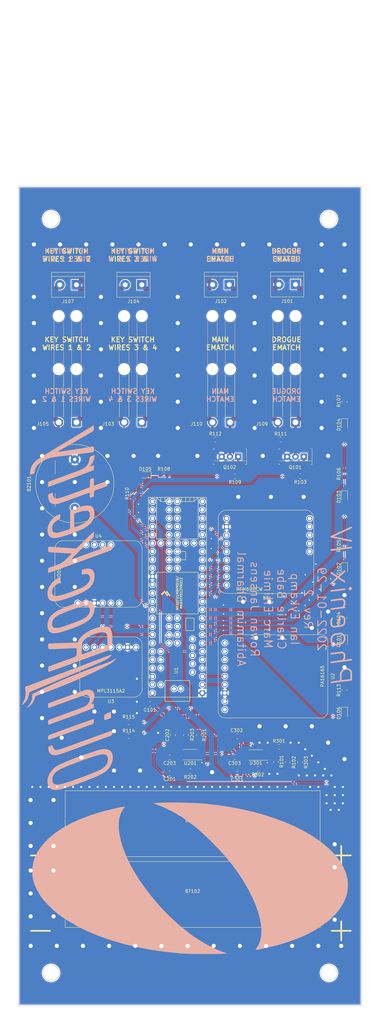
<source format=kicad_pcb>
(kicad_pcb (version 20211014) (generator pcbnew)
  (layers (0 "F.Cu" signal) (31 "B.Cu" signal) (34 "B.Paste" user) (35 "F.Paste" user) (36 "B.SilkS" user "B.Silkscreen") (37 "F.SilkS" user "F.Silkscreen") (38 "B.Mask" user) (39 "F.Mask" user) (44 "Edge.Cuts" user))
  (net 0 "")
  (net 1 "/MISO0")
  (net 2 "/MOSI0")
  (net 3 "/CS0")
  (net 4 "/SCL2")
  (net 5 "/PWM")
  (net 6 "/TX1")
  (net 7 "/RX1")
  (net 8 "/SCK")
  (net 9 "/SDA0")
  (net 10 "/SCL0")
  (net 11 "/3.3V")
  (net 12 "GND")
  (net 13 "/V_EMATCH")
  (net 14 "/V_TEENSY")
  (net 15 "Net-(Q101-Pad1)")
  (net 16 "Net-(R201-Pad2)")
  (net 17 "/TPS_2_STAT")
  (net 18 "Net-(R301-Pad2)")
  (net 19 "/TPS_1_STAT")
  (net 20 "/LED_1")
  (net 21 "Net-(D101-Pad1)")
  (net 22 "Net-(D102-Pad1)")
  (net 23 "/LED_2")
  (net 24 "Net-(D103-Pad1)")
  (net 25 "/LED_3")
  (net 26 "/LED_4")
  (net 27 "Net-(D104-Pad1)")
  (net 28 "Net-(D105-Pad1)")
  (net 29 "Net-(Q102-Pad1)")
  (net 30 "/E-MATCH_TRIGGER_1")
  (net 31 "/E-MATCH_TRIGGER_2")
  (net 32 "Net-(R201-Pad1)")
  (net 33 "Net-(R301-Pad1)")
  (net 34 "/KEY_SWITCH_DIGITAL")
  (net 35 "/TPS2113A for E-match/VSNS")
  (net 36 "/BUZZER")
  (net 37 "Net-(U1-Pad17)")
  (net 38 "Net-(U1-Pad18)")
  (net 39 "Net-(U1-Pad19)")
  (net 40 "Net-(U1-Pad20)")
  (net 41 "Net-(U1-Pad16)")
  (net 42 "Net-(U1-Pad21)")
  (net 43 "Net-(U1-Pad22)")
  (net 44 "Net-(U1-Pad23)")
  (net 45 "Net-(U1-Pad24)")
  (net 46 "Net-(U1-Pad25)")
  (net 47 "Net-(U1-Pad26)")
  (net 48 "Net-(U1-Pad27)")
  (net 49 "Net-(U1-Pad28)")
  (net 50 "Net-(U1-Pad29)")
  (net 51 "Net-(U1-Pad30)")
  (net 52 "Net-(U1-Pad31)")
  (net 53 "Net-(U1-Pad37)")
  (net 54 "Net-(U1-Pad38)")
  (net 55 "Net-(U1-Pad41)")
  (net 56 "Net-(U1-Pad42)")
  (net 57 "Net-(U1-Pad43)")
  (net 58 "Net-(U1-Pad44)")
  (net 59 "Net-(U1-Pad47)")
  (net 60 "Net-(U1-Pad48)")
  (net 61 "Net-(U1-Pad49)")
  (net 62 "Net-(U1-Pad50)")
  (net 63 "Net-(U1-Pad52)")
  (net 64 "Net-(U1-Pad54)")
  (net 65 "Net-(U1-Pad55)")
  (net 66 "Net-(U1-Pad56)")
  (net 67 "Net-(U1-Pad57)")
  (net 68 "Net-(U1-Pad58)")
  (net 69 "Net-(U1-Pad59)")
  (net 70 "Net-(U1-Pad60)")
  (net 71 "Net-(U1-Pad61)")
  (net 72 "Net-(U1-Pad62)")
  (net 73 "Net-(U1-Pad79)")
  (net 74 "Net-(U1-Pad78)")
  (net 75 "Net-(U1-Pad77)")
  (net 76 "Net-(U1-Pad76)")
  (net 77 "Net-(U1-Pad73)")
  (net 78 "Net-(U1-Pad72)")
  (net 79 "Net-(U1-Pad71)")
  (net 80 "Net-(U1-Pad70)")
  (net 81 "Net-(U1-Pad75)")
  (net 82 "Net-(U1-Pad74)")
  (net 83 "Net-(U1-Pad80)")
  (net 84 "Net-(U1-Pad69)")
  (net 85 "Net-(U1-Pad81)")
  (net 86 "Net-(U1-Pad68)")
  (net 87 "Net-(U1-Pad82)")
  (net 88 "Net-(U1-Pad67)")
  (net 89 "Net-(U1-Pad64)")
  (net 90 "Net-(U1-Pad63)")
  (net 91 "Net-(U1-Pad65)")
  (net 92 "Net-(U1-Pad66)")
  (net 93 "Net-(U1-Pad83)")
  (net 94 "Net-(U1-Pad84)")
  (net 95 "Net-(U1-Pad85)")
  (net 96 "Net-(U1-Pad86)")
  (net 97 "Net-(U1-Pad88)")
  (net 98 "Net-(U1-Pad87)")
  (net 99 "Net-(U2-Pad9)")
  (net 100 "Net-(U2-Pad4)")
  (net 101 "Net-(U2-Pad3)")
  (net 102 "Net-(U2-Pad2)")
  (net 103 "Net-(U2-Pad1)")
  (net 104 "Net-(U3-Pad3)")
  (net 105 "Net-(U3-Pad4)")
  (net 106 "Net-(U3-Pad5)")
  (net 107 "Net-(U4-Pad2)")
  (net 108 "Net-(U4-Pad6)")
  (net 109 "Net-(U4-Pad10)")
  (net 110 "Net-(U4-Pad9)")
  (net 111 "Net-(U4-Pad8)")
  (net 112 "Net-(U4-Pad7)")
  (net 113 "Net-(U5-Pad3)")
  (net 114 "Net-(U5-Pad10)")
  (net 115 "Net-(U5-Pad11)")
  (net 116 "Net-(U5-Pad12)")
  (net 117 "Net-(U5-Pad13)")
  (net 118 "Net-(U5-Pad14)")
  (net 119 "Net-(D106-Pad1)")
  (net 120 "/LED_0")
  (net 121 "/BAT1")
  (net 122 "/BAT2")
  (net 123 "/V_EMATCH_TO_KEY_SWITCH")
  (net 124 "/EMATCH_1+")
  (net 125 "/EMATCH_2+")
  (footprint "sensors_2021_2022:PA16165_Breakout" (layer "F.Cu") (at 139 143.75 -90)
    (fp_text reference "U2")
    (fp_text value "PA16165_Breakout")
  )
  (footprint "sensors_2021_2022:MPL3115A2_Breakout" (layer "F.Cu") (at 89.565 141.229 180)
    (fp_text reference "U3")
    (fp_text value "MPL3115A2_Breakout")
  )
  (footprint "sensors_2021_2022:BNO055_Breakout" (layer "F.Cu") (at 85.755 112.527)
    (fp_text reference "U4")
    (fp_text value "BNO055_Breakout")
  )
  (footprint "Olin_Rocketry:MyBatteryHolder_MPD_BH-18650-PC2" (layer "F.Cu") (at 150.555 188.72 180)
    (fp_text reference "BT101")
    (fp_text value "Battery_Cell")
  )
  (footprint "Olin_Rocketry:MyBatteryHolder_MPD_BH-18650-PC2" (layer "F.Cu") (at 150.555 210.31 180)
    (fp_text reference "BT102")
    (fp_text value "Battery_Cell")
  )
  (footprint "Capacitor_SMD:C_0805_2012Metric_Pad1.18x1.45mm_HandSolder" (layer "F.Cu") (at 107.495 173.363 180)
    (fp_text reference "C201")
    (fp_text value "C_0.1u")
  )
  (footprint "Capacitor_SMD:C_0805_2012Metric_Pad1.18x1.45mm_HandSolder" (layer "F.Cu") (at 108.511 161.679 90)
    (fp_text reference "C202")
    (fp_text value "C_0.1u")
  )
  (footprint "Capacitor_SMD:C_0805_2012Metric_Pad1.18x1.45mm_HandSolder" (layer "F.Cu") (at 128.1875 162.0365 180)
    (fp_text reference "C302")
    (fp_text value "C_0.1u")
  )
  (footprint "Capacitor_SMD:C_0805_2012Metric_Pad1.18x1.45mm_HandSolder" (layer "F.Cu") (at 127.362 168.45 180)
    (fp_text reference "C303")
    (fp_text value "C_0.1u")
  )
  (footprint "Resistor_SMD:R_0805_2012Metric_Pad1.20x1.40mm_HandSolder" (layer "F.Cu") (at 140.062 169.847 90)
    (fp_text reference "R101")
    (fp_text value "R_15k")
  )
  (footprint "Resistor_SMD:R_0805_2012Metric_Pad1.20x1.40mm_HandSolder" (layer "F.Cu") (at 143.618 169.974 -90)
    (fp_text reference "R102")
    (fp_text value "R_4.7k")
  )
  (footprint "Resistor_SMD:R_0805_2012Metric_Pad1.20x1.40mm_HandSolder" (layer "F.Cu") (at 116.5 161.679 -90)
    (fp_text reference "R201")
    (fp_text value "R_200")
  )
  (footprint "Resistor_SMD:R_0805_2012Metric_Pad1.20x1.40mm_HandSolder" (layer "F.Cu") (at 113.845 172.728)
    (fp_text reference "R202")
    (fp_text value "R_10k")
  )
  (footprint "Resistor_SMD:R_0805_2012Metric_Pad1.20x1.40mm_HandSolder" (layer "F.Cu") (at 140.951 165.275 180)
    (fp_text reference "R301")
    (fp_text value "R_200")
  )
  (footprint "Resistor_SMD:R_0805_2012Metric_Pad1.20x1.40mm_HandSolder" (layer "F.Cu") (at 134.5 172)
    (fp_text reference "R302")
    (fp_text value "R_10k")
  )
  (footprint "LED_SMD:LED_0805_2012Metric_Pad1.15x1.40mm_HandSolder" (layer "F.Cu") (at 161 110.975 -90)
    (fp_text reference "D102")
    (fp_text value "LED")
  )
  (footprint "LED_SMD:LED_0805_2012Metric_Pad1.15x1.40mm_HandSolder" (layer "F.Cu") (at 161 89.025 -90)
    (fp_text reference "D103")
    (fp_text value "LED")
  )
  (footprint "LED_SMD:LED_0805_2012Metric_Pad1.15x1.40mm_HandSolder" (layer "F.Cu") (at 161 67 -90)
    (fp_text reference "D104")
    (fp_text value "LED")
  )
  (footprint "Resistor_SMD:R_0805_2012Metric_Pad1.20x1.40mm_HandSolder" (layer "F.Cu") (at 161 126 90)
    (fp_text reference "R104")
    (fp_text value "R_750")
  )
  (footprint "Resistor_SMD:R_0805_2012Metric_Pad1.20x1.40mm_HandSolder" (layer "F.Cu") (at 161 104 90)
    (fp_text reference "R105")
    (fp_text value "R_750")
  )
  (footprint "Resistor_SMD:R_0805_2012Metric_Pad1.20x1.40mm_HandSolder" (layer "F.Cu") (at 161 82 90)
    (fp_text reference "R106")
    (fp_text value "R_750")
  )
  (footprint "Resistor_SMD:R_0805_2012Metric_Pad1.20x1.40mm_HandSolder" (layer "F.Cu") (at 161 60 90)
    (fp_text reference "R107")
    (fp_text value "R_750")
  )
  (footprint "Capacitor_SMD:C_0805_2012Metric_Pad1.18x1.45mm_HandSolder" (layer "F.Cu") (at 101.4625 152.151 180)
    (fp_text reference "C101")
    (fp_text value "C_0.1u")
  )
  (footprint "Resistor_SMD:R_0805_2012Metric_Pad1.20x1.40mm_HandSolder" (layer "F.Cu") (at 112.5 161.679 90)
    (fp_text reference "R203")
    (fp_text value "R_200")
  )
  (footprint "Resistor_SMD:R_0805_2012Metric_Pad1.20x1.40mm_HandSolder" (layer "F.Cu") (at 147.428 169.974 90)
    (fp_text reference "R303")
    (fp_text value "R_200")
  )
  (footprint "Package_SO:TSSOP-8_4.4x3mm_P0.65mm" (layer "F.Cu") (at 113.845 167.648 180)
    (fp_text reference "U201")
    (fp_text value "TPS2113ADRBR")
  )
  (footprint "Package_SO:TSSOP-8_4.4x3mm_P0.65mm" (layer "F.Cu") (at 133.9025 167.7515 180)
    (fp_text reference "U301")
    (fp_text value "TPS2113ADRBR")
  )
  (footprint "Connector_Wire:SolderWire-1sqmm_1x02_P5.4mm_D1.4mm_OD2.7mm_Relief2x" (layer "F.Cu") (at 99 66.25 180)
    (fp_text reference "J103")
    (fp_text value "Conn_01x02_Female")
  )
  (footprint "Resistor_SMD:R_0805_2012Metric_Pad1.20x1.40mm_HandSolder" (layer "F.Cu") (at 96.25 88 90)
    (fp_text reference "R110")
    (fp_text value "R_10k")
  )
  (footprint "teensy:Teensy35_36_All_Pins" (layer "F.Cu") (at 109.885 119.639 90)
    (fp_text reference "U1")
    (fp_text value "Teensy3.6_All_Pins")
  )
  (footprint "Resistor_SMD:R_0805_2012Metric_Pad1.20x1.40mm_HandSolder" (layer "F.Cu") (at 161 148 90)
    (fp_text reference "R113")
    (fp_text value "R_750")
  )
  (footprint "LED_SMD:LED_0805_2012Metric_Pad1.15x1.40mm_HandSolder" (layer "F.Cu") (at 161 155.025 -90)
    (fp_text reference "D106")
    (fp_text value "LED")
  )
  (footprint "footprints:TO-220-3" (layer "F.Cu") (at 128.5 76.75 180)
    (fp_text reference "Q102")
    (fp_text value "Q_NMOS_GDS")
  )
  (footprint "Connector_Wire:SolderWire-1sqmm_1x02_P5.4mm_D1.4mm_OD2.7mm_Relief2x" (layer "F.Cu") (at 126 66.25 180)
    (fp_text reference "J110")
    (fp_text value "Conn_01x02_Female")
  )
  (footprint "Connector_Wire:SolderWire-1sqmm_1x02_P5.4mm_D1.4mm_OD2.7mm_Relief2x" (layer "F.Cu") (at 79 66.25 180)
    (fp_text reference "J105")
    (fp_text value "Conn_01x02_Female")
  )
  (footprint "Connector_Wire:SolderWire-1sqmm_1x02_P5.4mm_D1.4mm_OD2.7mm_Relief2x" (layer "F.Cu") (at 146 66.25 180)
    (fp_text reference "J109")
    (fp_text value "Conn_01x02_Female")
  )
  (footprint "Resistor_SMD:R_0805_2012Metric_Pad1.20x1.40mm_HandSolder" (layer "F.Cu") (at 141.5 71.5)
    (fp_text reference "R111")
    (fp_text value "R_10k")
  )
  (footprint "Capacitor_SMD:C_0805_2012Metric_Pad1.18x1.45mm_HandSolder" (layer "F.Cu") (at 107.5 168.5 180)
    (fp_text reference "C203")
    (fp_text value "C_0.1u")
  )
  (footprint "sensors_2021_2022:RFM69HCW_Breakout" (layer "F.Cu") (at 137 105.75 180)
    (fp_text reference "U5")
    (fp_text value "RFM69HCW_Breakout")
  )
  (footprint "Resistor_SMD:R_0805_2012Metric_Pad1.20x1.40mm_HandSolder" (layer "F.Cu") (at 105.75 82.25)
    (fp_text reference "R108")
    (fp_text value "R_750")
  )
  (footprint "LED_SMD:LED_0805_2012Metric_Pad1.15x1.40mm_HandSolder" (layer "F.Cu") (at 100.062 82.27 180)
    (fp_text reference "D105")
    (fp_text value "LED")
  )
  (footprint "TerminalBlock:TerminalBlock_bornier-2_P5.08mm" (layer "F.Cu") (at 125.75 24.25 180)
    (fp_text reference "J102")
    (fp_text value "Screw_Terminal_01x02")
  )
  (footprint "TerminalBlock:TerminalBlock_bornier-2_P5.08mm" (layer "F.Cu") (at 146 24.2 180)
    (fp_text reference "J101")
    (fp_text value "Screw_Terminal_01x02")
  )
  (footprint "TerminalBlock:TerminalBlock_bornier-2_P5.08mm" (layer "F.Cu") (at 99 24.3 180)
    (fp_text reference "J104")
    (fp_text value "Screw_Terminal_01x02")
  )
  (footprint "TerminalBlock:TerminalBlock_bornier-2_P5.08mm" (layer "F.Cu") (at 79 24.3 180)
    (fp_text reference "J107")
    (fp_text value "Screw_Terminal_01x02")
  )
  (footprint "Resistor_SMD:R_0805_2012Metric_Pad1.20x1.40mm_HandSolder" (layer "F.Cu") (at 121.5 71.5)
    (fp_text reference "R112")
    (fp_text value "R_10k")
  )
  (footprint "footprints:TO-220-3" (layer "F.Cu") (at 148.54 76.75 180)
    (fp_text reference "Q101")
    (fp_text value "Q_NMOS_GDS")
  )
  (footprint "Resistor_SMD:R_0805_2012Metric_Pad1.20x1.40mm_HandSolder" (layer "F.Cu") (at 127.5 82.75 180)
    (fp_text reference "R109")
    (fp_text value "R_10k")
  )
  (footprint "Resistor_SMD:R_0805_2012Metric_Pad1.20x1.40mm_HandSolder" (layer "F.Cu") (at 147.5 82.75 180)
    (fp_text reference "R103")
    (fp_text value "R_10k")
  )
  (footprint "LED_SMD:LED_0805_2012Metric_Pad1.15x1.40mm_HandSolder" (layer "F.Cu") (at 161 133 -90)
    (fp_text reference "D101")
    (fp_text value "LED")
  )
  (footprint "Capacitor_SMD:C_0805_2012Metric_Pad1.18x1.45mm_HandSolder" (layer "F.Cu") (at 128.1875 173.4665 180)
    (fp_text reference "C301")
    (fp_text value "C_0.1u")
  )
  (footprint "Olin_Rocketry:Large_Buzzer_24mmOD_14.8mmPinDistance_1.0mmPinDiameter" (layer "F.Cu") (at 78.5 85 90)
    (fp_text reference "BZ101")
    (fp_text value "Buzzer")
  )
  (footprint "Resistor_SMD:R_0805_2012Metric_Pad1.20x1.40mm_HandSolder" (layer "F.Cu") (at 95 162)
    (fp_text reference "R114")
    (fp_text value "R_10k")
  )
  (footprint "Resistor_SMD:R_0805_2012Metric_Pad1.20x1.40mm_HandSolder" (layer "F.Cu") (at 95 157.75)
    (fp_text reference "R115")
    (fp_text value "R_10k")
  )
  (footprint "Olin_Rocketry:Olin_O" (layer "B.Cu") (at 114.75 205)
    (fp_text reference "G***" hide)
    (fp_text value "LOGO" hide)
  )
  (footprint "Olin_Rocketry:Olin_Rocketry_Logo1" (layer "B.Cu") (at 78 123.5 90)
    (fp_text reference "G***" hide)
    (fp_text value "LOGO" hide)
  )
  (gr_line (start 137.268 169.974) (end 137.522 169.974) (layer "F.SilkS") (width 0.12))
  (gr_line (start 117.528 169.934) (end 117.528 170.188) (layer "F.SilkS") (width 0.12))
  (gr_line (start 137.522 169.974) (end 137.522 170.228) (layer "F.SilkS") (width 0.12))
  (gr_line (start 137.268 170.228) (end 137.268 169.974) (layer "F.SilkS") (width 0.12))
  (gr_line (start 117.528 170.188) (end 117.274 170.188) (layer "F.SilkS") (width 0.12))
  (gr_line (start 137.522 170.228) (end 137.268 170.228) (layer "F.SilkS") (width 0.12))
  (gr_line (start 117.274 169.934) (end 117.528 169.934) (layer "F.SilkS") (width 0.12))
  (gr_line (start 117.274 170.188) (end 117.274 169.934) (layer "F.SilkS") (width 0.12))
  (gr_circle (center 71.25 234.25) (end 73.75 234.25) (layer "Edge.Cuts") (width 0.2) (fill none))
  (gr_circle (center 156.25 234.25) (end 158.75 234.25) (layer "Edge.Cuts") (width 0.2) (fill none))
  (gr_circle (center 71.25 4.25) (end 73.75 4.25) (layer "Edge.Cuts") (width 0.2) (fill none))
  (gr_line (start 166.249999 -5.75) (end 166.25 244.25) (layer "Edge.Cuts") (width 0.2))
  (gr_line (start 61.25 -5.75) (end 61.250001 244.25) (layer "Edge.Cuts") (width 0.2))
  (gr_line (start 61.250001 244.25) (end 166.25 244.25) (layer "Edge.Cuts") (width 0.2))
  (gr_circle (center 156.249999 4.25) (end 158.749999 4.25) (layer "Edge.Cuts") (width 0.2) (fill none))
  (gr_line (start 61.25 -5.75) (end 166.249999 -5.75) (layer "Edge.Cuts") (width 0.2))
  (gr_text "KEY SWITCH\nWIRES 1 & 2" (at 76 15.25) (layer "B.SilkS") (effects (font (size 1.5 1.5) (thickness 0.3)) (justify mirror)))
  (gr_text "KEY SWITCH\nWIRES 3 & 4" (at 96.25 15.25) (layer "B.SilkS") (effects (font (size 1.5 1.5) (thickness 0.3)) (justify mirror)))
  (gr_text "MAIN\nEMATCH" (at 123 15.25) (layer "B.SilkS") (effects (font (size 1.5 1.5) (thickness 0.3)) (justify mirror)))
  (gr_text "DROGUE\nEMATCH" (at 143.25 15.25) (layer "B.SilkS") (effects (font (size 1.5 1.5) (thickness 0.3)) (justify mirror)))
  (gr_text "Phoenix IV" (at 159.75 122.75 270) (layer "B.SilkS") (effects (font (size 6.096 6.096) (thickness 0.508) italic) (justify mirror)))
  (gr_text "2022-01-29\nRev. 2\nIan Eykamp\nCharlie Babe\nMarc Eftimie\nRowan Jansens\nAbitamim Bharmal" (at 141.75 123.25 270) (layer "B.SilkS") (effects (font (size 2.54 2.54) (thickness 0.3048)) (justify mirror)))
  (gr_text "KEY SWITCH\nWIRES 1 & 2" (at 76 58) (layer "B.SilkS") (effects (font (size 1.5 1.5) (thickness 0.3)) (justify mirror)))
  (gr_text "KEY SWITCH\nWIRES 3 & 4" (at 96.25 58) (layer "B.SilkS") (effects (font (size 1.5 1.5) (thickness 0.3)) (justify mirror)))
  (gr_text "DROGUE\nEMATCH" (at 143.25 58) (layer "B.SilkS") (effects (font (size 1.5 1.5) (thickness 0.3)) (justify mirror)))
  (gr_text "MAIN\nEMATCH" (at 123 58) (layer "B.SilkS") (effects (font (size 1.5 1.5) (thickness 0.3)) (justify mirror)))
  (gr_text "-" (at 68 222 180) (layer "F.SilkS") (effects (font (size 7.62 7.62) (thickness 0.508))))
  (gr_text "DROGUE\nEMATCH" (at 143.25 15.25) (layer "F.SilkS") (effects (font (size 1.5 1.5) (thickness 0.3))))
  (gr_text "+" (at 160 199 180) (layer "F.SilkS") (effects (font (size 7.62 7.62) (thickness 0.508))))
  (gr_text "-" (at 68 199 180) (layer "F.SilkS") (effects (font (size 7.62 7.62) (thickness 0.508))))
  (gr_text "MAIN\nEMATCH" (at 123 15.25) (layer "F.SilkS") (effects (font (size 1.5 1.5) (thickness 0.3))))
  (gr_text "KEY SWITCH\nWIRES 1 & 2" (at 76 15.25) (layer "F.SilkS") (effects (font (size 1.5 1.5) (thickness 0.3))))
  (gr_text "KEY SWITCH\nWIRES 3 & 4" (at 96.25 15.25) (layer "F.SilkS") (effects (font (size 1.5 1.5) (thickness 0.3))))
  (gr_text "MAIN\nEMATCH" (at 123 42.25) (layer "F.SilkS") (effects (font (size 1.5 1.5) (thickness 0.3))))
  (gr_text "KEY SWITCH\nWIRES 1 & 2" (at 76 42.25) (layer "F.SilkS") (effects (font (size 1.5 1.5) (thickness 0.3))))
  (gr_text "KEY SWITCH\nWIRES 3 & 4" (at 96.25 42.25) (layer "F.SilkS") (effects (font (size 1.5 1.5) (thickness 0.3))))
  (gr_text "DROGUE\nEMATCH" (at 143.25 42.25) (layer "F.SilkS") (effects (font (size 1.5 1.5) (thickness 0.3))))
  (gr_text "+" (at 160 222 180) (layer "F.SilkS") (effects (font (size 7.62 7.62) (thickness 0.508))))
  (segment (start 124.935 108.399) (end 124.935 108.29) (width 0.25) (layer "B.Cu") (net 1))
  (segment (start 117.505 115.829) (end 124.935 108.399) (width 0.25) (layer "B.Cu") (net 1))
  (segment (start 124.935 110.939) (end 124.935 110.83) (width 0.25) (layer "B.Cu") (net 2))
  (segment (start 117.505 118.369) (end 124.935 110.939) (width 0.25) (layer "B.Cu") (net 2))
  (segment (start 124.935 113.479) (end 124.935 113.37) (width 0.25) (layer "B.Cu") (net 3))
  (segment (start 117.505 120.909) (end 124.935 113.479) (width 0.25) (layer "B.Cu") (net 3))
  (segment (start 117.505 138.689) (end 120 136.194) (width 0.25) (layer "F.Cu") (net 4))
  (segment (start 120 136.194) (end 120 108.25) (width 0.25) (layer "F.Cu") (net 4))
  (via (at 120 108.25) (size 0.8) (drill 0.4) (layers "F.Cu" "B.Cu") (net 4))
  (segment (start 124.935 103.21) (end 120 108.145) (width 0.25) (layer "B.Cu") (net 4))
  (segment (start 120 108.145) (end 120 108.25) (width 0.25) (layer "B.Cu") (net 4))
  (segment (start 117.505 141.229) (end 121.5 137.234) (width 0.25) (layer "F.Cu") (net 5))
  (segment (start 121.5 137.234) (end 121.5 119.5) (width 0.25) (layer "F.Cu") (net 5))
  (via (at 121.5 119.5) (size 0.8) (drill 0.4) (layers "F.Cu" "B.Cu") (net 5))
  (segment (start 121.5 119.345) (end 121.5 119.5) (width 0.25) (layer "B.Cu") (net 5))
  (segment (start 124.935 115.91) (end 121.5 119.345) (width 0.25) (layer "B.Cu") (net 5))
  (segment (start 118.14 143.769) (end 117.505 143.769) (width 0.25) (layer "F.Cu") (net 6))
  (segment (start 124.376 143.769) (end 124.395 143.75) (width 0.25) (layer "B.Cu") (net 6))
  (segment (start 117.505 143.769) (end 124.376 143.769) (width 0.25) (layer "B.Cu") (net 6))
  (segment (start 118.14 146.309) (end 117.505 146.309) (width 0.25) (layer "F.Cu") (net 7))
  (segment (start 124.376 146.309) (end 124.395 146.29) (width 0.25) (layer "B.Cu") (net 7))
  (segment (start 117.505 146.309) (end 124.376 146.309) (width 0.25) (layer "B.Cu") (net 7))
  (segment (start 100.3 113.864) (end 100.3 89.7) (width 0.25) (layer "F.Cu") (net 8))
  (segment (start 120.299 98.799) (end 120.299 89.676306) (width 0.25) (layer "F.Cu") (net 8))
  (segment (start 124.935 105.75) (end 123.25 104.065) (width 0.25) (layer "F.Cu") (net 8))
  (segment (start 118.622694 88) (end 120.299 89.676306) (width 0.25) (layer "F.Cu") (net 8))
  (segment (start 102.265 115.829) (end 100.3 113.864) (width 0.25) (layer "F.Cu") (net 8))
  (segment (start 120.299 89.676306) (end 120.294347 89.671653) (width 0.25) (layer "F.Cu") (net 8))
  (segment (start 123.25 104.065) (end 123.25 101.75) (width 0.25) (layer "F.Cu") (net 8))
  (segment (start 102 88) (end 118.622694 88) (width 0.25) (layer "F.Cu") (net 8))
  (segment (start 100.3 89.7) (end 102 88) (width 0.25) (layer "F.Cu") (net 8))
  (via (at 123.25 101.75) (size 0.8) (drill 0.4) (layers "F.Cu" "B.Cu") (net 8))
  (via (at 120.299 98.799) (size 0.8) (drill 0.4) (layers "F.Cu" "B.Cu") (net 8))
  (segment (start 123.25 101.75) (end 120.299 98.799) (width 0.25) (layer "B.Cu") (net 8))
  (segment (start 94.5 128.5) (end 87.05 128.5) (width 0.25) (layer "F.Cu") (net 9))
  (segment (start 87.05 128.5) (end 87.025 128.525) (width 0.25) (layer "F.Cu") (net 9))
  (via (at 87.025 128.525) (size 1.016) (drill 0.635) (layers "F.Cu" "B.Cu") (net 9))
  (via (at 94.5 128.5) (size 1.016) (drill 0.635) (layers "F.Cu" "B.Cu") (net 9))
  (segment (start 87.025 128.525) (end 87.025 129.799) (width 0.25) (layer "B.Cu") (net 9))
  (segment (start 87.025 129.799) (end 81.945 134.879) (width 0.25) (layer "B.Cu") (net 9))
  (segment (start 87.025 121.417) (end 87.025 127.275) (width 0.25) (layer "B.Cu") (net 9))
  (segment (start 94.529 128.529) (end 94.5 128.5) (width 0.25) (layer "B.Cu") (net 9))
  (segment (start 102.265 128.529) (end 94.529 128.529) (width 0.25) (layer "B.Cu") (net 9))
  (segment (start 87.025 127.275) (end 87.025 128.525) (width 0.25) (layer "B.Cu") (net 9))
  (segment (start 89.565 129.799) (end 84.485 134.879) (width 0.25) (layer "B.Cu") (net 10))
  (segment (start 102.265 131.069) (end 90.835 131.069) (width 0.25) (layer "B.Cu") (net 10))
  (segment (start 89.565 121.417) (end 89.565 129.799) (width 0.25) (layer "B.Cu") (net 10))
  (segment (start 90.835 131.069) (end 89.565 129.799) (width 0.25) (layer "B.Cu") (net 10))
  (segment (start 99.037 140.541) (end 99.037 136.713) (width 0.25) (layer "F.Cu") (net 11))
  (segment (start 122.331 117.581) (end 126.23749 121.48749) (width 0.25) (layer "F.Cu") (net 11))
  (segment (start 121.75 92.25) (end 121.75 105.5) (width 0.25) (layer "F.Cu") (net 11))
  (segment (start 102 63.25) (end 102 27.3) (width 1.524) (layer "F.Cu") (net 11))
  (segment (start 119.418 86.75) (end 101.000018 86.75) (width 0.25) (layer "F.Cu") (net 11))
  (segment (start 122.331 106.081) (end 122.331 108.419) (width 0.25) (layer "F.Cu") (net 11))
  (segment (start 99.037 125.787) (end 99.037 121.030156) (width 0.25) (layer "F.Cu") (net 11))
  (segment (start 99 66.25) (end 102 63.25) (width 1.524) (layer "F.Cu") (net 11))
  (segment (start 99.037 136.713) (end 99.037 128.787) (width 0.25) (layer "F.Cu") (net 11))
  (segment (start 121.75 105.5) (end 122.331 106.081) (width 0.25) (layer "F.Cu") (net 11))
  (segment (start 122.331 108.419) (end 122.331 117.581) (width 0.25) (layer "F.Cu") (net 11))
  (segment (start 102.265 143.769) (end 99.037 140.541) (width 0.25) (layer "F.Cu") (net 11))
  (segment (start 121.75 92.25) (end 121.75 89.082) (width 0.25) (layer "F.Cu") (net 11))
  (segment (start 95.75 125.5) (end 83.488 125.5) (width 0.25) (layer "F.Cu") (net 11))
  (segment (start 94 162) (end 94 157.75) (width 0.25) (layer "F.Cu") (net 11))
  (segment (start 94 157.75) (end 94 152.034) (width 0.25) (layer "F.Cu") (net 11))
  (segment (start 99 82.233) (end 99.037 82.27) (width 0.25) (layer "F.Cu") (net 11))
  (segment (start 99.019 136.713) (end 99.037 136.713) (width 0.25) (layer "F.Cu") (net 11))
  (segment (start 101.000018 86.75) (end 99.037 88.713018) (width 0.25) (layer "F.Cu") (net 11))
  (segment (start 121.75 92.405) (end 121.75 92.25) (width 0.25) (layer "F.Cu") (net 11))
  (segment (start 126.23749 149.52751) (end 124.395 151.37) (width 0.25) (layer "F.Cu") (net 11))
  (segment (start 97.185 134.879) (end 99.019 136.713) (width 0.25) (layer "F.Cu") (net 11))
  (segment (start 99.037 121.030156) (end 99.037 88.713018) (width 0.25) (layer "F.Cu") (net 11))
  (segment (start 99 66.25) (end 99 82.233) (width 0.25) (layer "F.Cu") (net 11))
  (segment (start 121.75 89.082) (end 119.418 86.75) (width 0.25) (layer "F.Cu") (net 11))
  (segment (start 124.935 95.59) (end 121.75 92.405) (width 0.25) (layer "F.Cu") (net 11))
  (segment (start 99.037 88.713018) (end 99.037 82.27) (width 0.25) (layer "F.Cu") (net 11))
  (segment (start 83.488 125.5) (end 79.405 121.417) (width 0.25) (layer "F.Cu") (net 11))
  (segment (start 126.23749 121.48749) (end 126.23749 149.52751) (width 0.25) (layer "F.Cu") (net 11))
  (segment (start 94 152.034) (end 102.265 143.769) (width 0.25) (layer "F.Cu") (net 11))
  (segment (start 99.037 128.787) (end 99.037 125.787) (width 0.25) (layer "F.Cu") (net 11))
  (segment (start 95.75 125.5) (end 99.037 128.787) (width 0.25) (layer "F.Cu") (net 11))
  (segment (start 102 27.3) (end 99 24.3) (width 1.524) (layer "F.Cu") (net 11))
  (via (at 122.331 108.419) (size 0.8) (drill 0.4) (layers "F.Cu" "B.Cu") (net 11))
  (segment (start 117.505 113.289) (end 122.331 108.463) (width 0.25) (layer "B.Cu") (net 11))
  (segment (start 122.331 108.463) (end 122.331 108.419) (width 0.25) (layer "B.Cu") (net 11))
  (segment (start 68.5 191) (end 78.5 191) (width 1.524) (layer "F.Cu") (net 12))
  (segment (start 106.73 82.27) (end 106.75 82.25) (width 0.25) (layer "F.Cu") (net 12))
  (segment (start 78.5 207.5) (end 73.5 207.5) (width 1.524) (layer "F.Cu") (net 12))
  (segment (start 73.555 207.555) (end 73.5 207.5) (width 1.524) (layer "F.Cu") (net 12))
  (segment (start 68.5 186) (end 68.5 191) (width 1.524) (layer "F.Cu") (net 12))
  (segment (start 73.555 210.31) (end 73.555 207.555) (width 1.524) (layer "F.Cu") (net 12))
  (segment (start 73.5 207.5) (end 68.5 207.5) (width 1.524) (layer "F.Cu") (net 12))
  (segment (start 78.5 186) (end 78.5 191) (width 1.524) (layer "F.Cu") (net 12))
  (segment (start 73.5 186) (end 68.5 186) (width 1.524) (layer "F.Cu") (net 12))
  (segment (start 68.5 213) (end 68.5 207.5) (width 1.524) (layer "F.Cu") (net 12))
  (segment (start 78.5 207.5) (end 78.5 213) (width 1.524) (layer "F.Cu") (net 12))
  (segment (start 73.555 186.055) (end 73.5 186) (width 1.524) (layer "F.Cu") (net 12))
  (segment (start 73.555 188.72) (end 73.555 186.055) (width 1.524) (layer "F.Cu") (net 12))
  (segment (start 73.5 186) (end 78.5 186) (width 1.524) (layer "F.Cu") (net 12))
  (segment (start 78.5 213) (end 68.5 213) (width 1.524) (layer "F.Cu") (net 12))
  (via (at 110 28) (size 2.54) (drill 1.27) (layers "F.Cu" "B.Cu") (net 12))
  (via (at 110 52) (size 2.54) (drill 1.27) (layers "F.Cu" "B.Cu") (net 12))
  (via (at 110 44) (size 2.54) (drill 1.27) (layers "F.Cu" "B.Cu") (net 12))
  (via (at 110 60) (size 2.54) (drill 1.27) (layers "F.Cu" "B.Cu") (net 12))
  (via (at 110 36) (size 2.54) (drill 1.27) (layers "F.Cu" "B.Cu") (net 12))
  (via (at 98.5 172.5) (size 2.54) (drill 1.27) (layers "F.Cu" "B.Cu") (net 12))
  (via (at 78.5 100.5) (size 2.54) (drill 1.27) (layers "F.Cu" "B.Cu") (net 12))
  (via (at 78.5 140.5) (size 2.54) (drill 1.27) (layers "F.Cu" "B.Cu") (net 12))
  (via (at 84.5 154.5) (size 2.54) (drill 1.27) (layers "F.Cu" "B.Cu") (net 12))
  (via (at 78.5 148.5) (size 2.54) (drill 1.27) (layers "F.Cu" "B.Cu") (net 12))
  (via (at 78.5 84.5) (size 2.54) (drill 1.27) (layers "F.Cu" "B.Cu") (net 12))
  (via (at 78.5 132.5) (size 2.54) (drill 1.27) (layers "F.Cu" "B.Cu") (net 12))
  (via (at 78.5 116.5) (size 2.54) (drill 1.27) (layers "F.Cu" "B.Cu") (net 12))
  (via (at 90.5 172.5) (size 2.54) (drill 1.27) (layers "F.Cu" "B.Cu") (net 12))
  (via (at 65 217) (size 2.54) (drill 1.27) (layers "F.Cu" "B.Cu") (net 12))
  (via (at 72 203) (size 2.54) (drill 1.27) (layers "F.Cu" "B.Cu") (net 12))
  (via (at 65 203) (size 2.54) (drill 1.27) (layers "F.Cu" "B.Cu") (net 12))
  (via (at 65 210) (size 2.54) (drill 1.27) (layers "F.Cu" "B.Cu") (net 12))
  (via (at 72 217) (size 2.54) (drill 1.27) (layers "F.Cu" "B.Cu") (net 12))
  (via (at 138 12) (size 2.54) (drill 1.27) (layers "F.Cu" "B.Cu") (net 12))
  (via (at 106 12) (size 2.54) (drill 1.27) (layers "F.Cu" "B.Cu") (net 12))
  (via (at 114 12) (size 2.54) (drill 1.27) (layers "F.Cu" "B.Cu") (net 12))
  (via (at 122 12) (size 2.54) (drill 1.27) (layers "F.Cu" "B.Cu") (net 12))
  (via (at 130 12) (size 2.54) (drill 1.27) (layers "F.Cu" "B.Cu") (net 12))
  (via (at 154 20) (size 2.54) (drill 1.27) (layers "F.Cu" "B.Cu") (net 12))
  (via (at 154 68) (size 2.54) (drill 1.27) (layers "F.Cu" "B.Cu") (net 12))
  (via (at 154 44) (size 2.54) (drill 1.27) (layers "F.Cu" "B.Cu") (net 12))
  (via (at 154 60) (size 2.54) (drill 1.27) (layers "F.Cu" "B.Cu") (net 12))
  (via (at 154 52) (size 2.54) (drill 1.27) (layers "F.Cu" "B.Cu") (net 12))
  (via (at 154 36) (size 2.54) (drill 1.27) (layers "F.Cu" "B.Cu") (net 12))
  (via (at 154 28) (size 2.54) (drill 1.27) (layers "F.Cu" "B.Cu") (net 12))
  (via (at 161 20) (size 2.54) (drill 1.27) (layers "F.Cu" "B.Cu") (net 12))
  (via (at 161 12) (size 2.54) (drill 1.27) (layers "F.Cu" "B.Cu") (net 12))
  (via (at 152.25 109.5) (size 0.8) (drill 0.4) (layers "F.Cu" "B.Cu") (net 12))
  (via (at 149 112.75) (size 0.8) (drill 0.4) (layers "F.Cu" "B.Cu") (net 12))
  (via (at 137 226) (size 2.54) (drill 1.27) (layers "F.Cu" "B.Cu") (net 12))
  (via (at 105 226) (size 2.54) (drill 1.27) (layers "F.Cu" "B.Cu") (net 12))
  (via (at 97 226) (size 2.54) (drill 1.27) (layers "F.Cu" "B.Cu") (net 12))
  (via (at 65 226) (size 2.54) (drill 1.27) (layers "F.Cu" "B.Cu") (net 12))
  (via (at 145 226) (size 2.54) (drill 1.27) (layers "F.Cu" "B.Cu") (net 12))
  (via (at 129 226) (size 2.54) (drill 1.27) (layers "F.Cu" "B.Cu") (net 12))
  (via (at 160 226) (size 2.54) (drill 1.27) (layers "F.Cu" "B.Cu") (net 12))
  (via (at 121 226) (size 2.54) (drill 1.27) (layers "F.Cu" "B.Cu") (net 12))
  (via (at 73 226) (size 2.54) (drill 1.27) (layers "F.Cu" "B.Cu") (net 12))
  (via (at 81 226) (size 2.54) (drill 1.27) (layers "F.Cu" "B.Cu") (net 12))
  (via (at 89 226) (size 2.54) (drill 1.27) (layers "F.Cu" "B.Cu") (net 12))
  (via (at 113 226) (size 2.54) (drill 1.27) (layers "F.Cu" "B.Cu") (net 12))
  (via (at 153 226) (size 2.54) (drill 1.27) (layers "F.Cu" "B.Cu") (net 12))
  (via (at 103 177.5) (size 1.016) (drill 0.635) (layers "F.Cu" "B.Cu") (net 12))
  (via (at 142.5 119.25) (size 0.8) (drill 0.4) (layers "F.Cu" "B.Cu") (net 12))
  (via (at 78.5 108.5) (size 2.54) (drill 1.27) (layers "F.Cu" "B.Cu") (net 12))
  (via (at 72 195.5) (size 2.54) (drill 1.27) (layers "F.Cu" "B.Cu") (net 12))
  (via (at 68.5 156.5) (size 2.54) (drill 1.27) (layers "F.Cu" "B.Cu") (net 12))
  (via (at 66 44) (size 2.54) (drill 1.27) (layers "F.Cu" "B.Cu") (net 12))
  (via (at 154.5 174) (size 1.016) (drill 0.635) (layers "F.Cu" "B.Cu") (net 12))
  (via (at 97.5 144.5) (size 1.016) (drill 0.635) (layers "F.Cu" "B.Cu") (net 12))
  (via (at 82 12) (size 2.54) (drill 1.27) (layers "F.Cu" "B.Cu") (net 12))
  (via (at 130.5 177.5) (size 1.016) (drill 0.635) (layers "F.Cu" "B.Cu") (net 12))
  (via (at 138 129.75) (size 0.8) (drill 0.4) (layers "F.Cu" "B.Cu") (net 12))
  (via (at 154.5 111.75) (size 0.8) (drill 0.4) (layers "F.Cu" "B.Cu") (net 12))
  (via (at 98 12) (size 2.54) (drill 1.27) (layers "F.Cu" "B.Cu") (net 12))
  (via (at 80.5 168.5) (size 2.54) (drill 1.27) (layers "F.Cu" "B.Cu") (net 12))
  (via (at 86.5 68) (size 2.54) (drill 1.27) (layers "F.Cu" "B.Cu") (net 12))
  (via (at 158 195) (size 2.54) (drill 1.27) (layers "F.Cu" "B.Cu") (net 12))
  (via (at 144.75 121.5) (size 0.8) (drill 0.4) (layers "F.Cu" "B.Cu") (net 12))
  (via (at 128.5 89) (size 2.54) (drill 1.27) (layers "F.Cu" "B.Cu") (net 12))
  (via (at 68.5 100.5) (size 2.54) (drill 1.27) (layers "F.Cu" "B.Cu") (net 12))
  (via (at 80.5 177.5) (size 1.016) (drill 0.635) (layers "F.Cu" "B.Cu") (net 12))
  (via (at 140.5 173.5) (size 1.016) (drill 0.635) (layers "F.Cu" "B.Cu") (net 12))
  (via (at 138 126.75) (size 0.8) (drill 0.4) (layers "F.Cu" "B.Cu") (net 12))
  (via (at 143 159) (size 2.54) (drill 1.27) (layers "F.Cu" "B.Cu") (net 12))
  (via (at 136 76.5) (size 2.54) (drill 1.27) (layers "F.Cu" "B.Cu") (net 12))
  (via (at 161 44) (size 2.54) (drill 1.27) (layers "F.Cu" "B.Cu") (net 12))
  (via (at 96.5 76.5) (size 2.54) (drill 1.27) (layers "F.Cu" "B.Cu") (net 12))
  (via (at 120.5 173) (size 2.54) (drill 1.27) (layers "F.Cu" "B.Cu") (net 12))
  (via (at 149 166) (size 1.016) (drill 0.635) (layers "F.Cu" "B.Cu") (net 12))
  (via (at 118 177.5) (size 1.016) (drill 0.635) (layers "F.Cu" "B.Cu") (net 12))
  (via (at 124 122) (size 0.8) (drill 0.4) (layers "F.Cu" "B.Cu") (net 12))
  (via (at 93 177.5) (size 1.016) (drill 0.635) (layers "F.Cu" "B.Cu") (net 12))
  (via (at 125.5 177.5) (size 1.016) (drill 0.635) (layers "F.Cu" "B.Cu") (net 12))
  (via (at 156 164) (size 2.54) (drill 1.27) (layers "F.Cu" "B.Cu") (net 12))
  (via (at 98 177.5) (size 1.016) (drill 0.635) (layers "F.Cu" "B.Cu") (net 12))
  (via (at 161 141) (size 2.54) (drill 1.27) (layers "F.Cu" "B.Cu") (net 12))
  (via (at 142 132) (size 2.54) (drill 1.27) (layers "F.Cu" "B.Cu") (net 12))
  (via (at 135 159) (size 2.54) (drill 1.27) (layers "F.Cu" "B.Cu") (net 12))
  (via (at 150.5 177.5) (size 1.016) (drill 0.635) (layers "F.Cu" "B.Cu") (net 12))
  (via (at 88 177.5) (size 1.016) (drill 0.635) (layers "F.Cu" "B.Cu") (net 12))
  (via (at 108 177.5) (size 1.016) (drill 0.635) (layers "F.Cu" "B.Cu") (net 12))
  (via (at 105.5 177.5) (size 1.016) (drill 0.635) (layers "F.Cu" "B.Cu") (net 12))
  (via (at 66 60) (size 2.54) (drill 1.27) (layers "F.Cu" "B.Cu") (net 12))
  (via (at 138.5 89) (size 2.54) (drill 1.27) (layers "F.Cu" "B.Cu") (net 12))
  (via (at 68.5 76.5) (size 2.54) (drill 1.27) (layers "F.Cu" "B.Cu") (net 12))
  (via (at 90.5 177.5) (size 1.016) (drill 0.635) (layers "F.Cu" "B.Cu") (net 12))
  (via (at 155 172) (size 1.016) (drill 0.635) (layers "F.Cu" "B.Cu") (net 12))
  (via (at 151.25 115) (size 0.8) (drill 0.4) (layers "F.Cu" "B.Cu") (net 12))
  (via (at 128.5 126.75) (size 0.8) (drill 0.4) (layers "F.Cu" "B.Cu") (net 12))
  (via (at 120.25 104.75) (size 0.8) (drill 0.4) (layers "F.Cu" "B.Cu") (net 12))
  (via (at 124 129.75) (size 0.8) (drill 0.4) (layers "F.Cu" "B.Cu") (net 12))
  (via (at 128.5 128.25) (size 0.8) (drill 0.4) (layers "F.Cu" "B.Cu") (net 12))
  (via (at 86.5 28) (size 2.54) (drill 1.27) (layers "F.Cu" "B.Cu") (net 12))
  (via (at 153.5 117.25) (size 0.8) (drill 0.4) (layers "F.Cu" "B.Cu") (net 12))
  (via (at 133.5 52) (size 2.54) (drill 1.27) (layers "F.Cu" "B.Cu") (net 12))
  (via (at 149.5 174) (size 1.016) (drill 0.635) (layers "F.Cu" "B.Cu") (net 12))
  (via (at 151 129) (size 2.54) (drill 1.27) (layers "F.Cu" "B.Cu") (net 12))
  (via (at 100.5 177.5) (size 1.016) (drill 0.635) (layers "F.Cu" "B.Cu") (net 12))
  (via (at 110 68) (size 2.54) (drill 1.27) (layers "F.Cu" "B.Cu") (net 12))
  (via (at 161 119) (size 2.54) (drill 1.27) (layers "F.Cu" "B.Cu") (net 12))
  (via (at 68.5 148.5) (size 2.54) (drill 1.27) (layers "F.Cu" "B.Cu") (net 12))
  (via (at 138 177.5) (size 1.016) (drill 0.635) (layers "F.Cu" "B.Cu") (net 12))
  (via (at 124 124.75) (size 0.8) (drill 0.4) (layers "F.Cu" "B.Cu") (net 12))
  (via (at 158 202) (size 2.54) (drill 1.27) (layers "F.Cu" "B.Cu") (net 12))
  (via (at 158 177.5) (size 1.016) (drill 0.635) (layers "F.Cu" "B.Cu") (net 12))
  (via (at 152 174) (size 1.016) (drill 0.635) (layers "F.Cu" "B.Cu") (net 12))
  (via (at 147 123.75) (size 0.8) (drill 0.4) (layers "F.Cu" "B.Cu") (net 12))
  (via (at 98 91.25) (size 0.8) (drill 0.4) (layers "F.Cu" "B.Cu") (net 12))
  (via (at 86.5 44) (size 2.54) (drill 1.27) (layers "F.Cu" "B.Cu") (net 12))
  (via (at 66 28) (size 2.54) (drill 1.27) (layers "F.Cu" "B.Cu") (net 12))
  (via (at 128.5 129.75) (size 0.8) (drill 0.4) (layers "F.Cu" "B.Cu") (net 12))
  (via (at 66 52) (size 2.54) (drill 1.27) (layers "F.Cu" "B.Cu") (net 12))
  (via (at 146 12) (size 2.54) (drill 1.27) (layers "F.Cu" "B.Cu") (net 12))
  (via (at 156 124) (size 2.54) (drill 1.27) (layers "F.Cu" "B.Cu") (net 12))
  (via (at 68.5 140.5) (size 2.54) (drill 1.27) (layers "F.Cu" "B.Cu") (net 12))
  (via (at 128.5 124.75) (size 0.8) (drill 0.4) (layers "F.Cu" "B.Cu") (net 12))
  (via (at 97.5 155) (size 1.016) (drill 0.635) (layers "F.Cu" "B.Cu") (net 12))
  (via (at 128 177.5) (size 1.016) (drill 0.635) (layers "F.Cu" "B.Cu") (net 12))
  (via (at 66 12) (size 2.54) (drill 1.27) (layers "F.Cu" "B.Cu") (net 12))
  (via (at 72 181.5) (size 2.54) (drill 1.27) (layers "F.Cu" "B.Cu") (net 12))
  (via (at 161 52) (size 2.54) (drill 1.27) (layers "F.Cu" "B.Cu") (net 12))
  (via (at 153 177.5) (size 1.016) (drill 0.635) (layers "F.Cu" "B.Cu") (net 12))
  (via (at 83 177.5) (size 1.016) (drill 0.635) (layers "F.Cu" "B.Cu") (net 12))
  (via (at 88.5 84.5) (size 2.54) (drill 1.27) (layers "F.Cu" "B.Cu") (net 12))
  (via (at 147 174) (size 1.016) (drill 0.635) (layers "F.Cu" "B.Cu") (net 12))
  (via (at 140.5 177.5) (size 1.016) (drill 0.635) (layers "F.Cu" "B.Cu") (net 12))
  (via (at 150.25 120.5) (size 0.8) (drill 0.4) (layers "F.Cu" "B.Cu") (net 12))
  (via (at 156.75 114) (size 0.8) (drill 0.4) (layers "F.Cu" "B.Cu") (net 12))
  (via (at 90.5 160.5) (size 2.54) (drill 1.27) (layers "F.Cu" "B.Cu") (net 12))
  (via (at 74.5 162.5) (size 2.54) (drill 1.27) (layers "F.Cu" "B.Cu") (net 12))
  (via (at 68.5 84.5) (size 2.54) (drill 1.27) (layers "F.Cu" "B.Cu") (net 12))
  (via (at 133.5 68) (size 2.54) (drill 1.27) (layers "F.Cu" "B.Cu") (net 12))
  (via (at 161 169) (size 2.54) (drill 1.27) (layers "F.Cu" "B.Cu") (net 12))
  (via (at 148.5 89) (size 2.54) (drill 1.27) (layers "F.Cu" "B.Cu") (net 12))
  (via (at 75.5 177.5) (size 1.016) (drill 0.635) (layers "F.Cu" "B.Cu") (net 12))
  (via (at 120.5 177.5) (size 1.016) (drill 0.635) (layers "F.Cu" "B.Cu") (net 12))
  (via (at 133.5 44) (size 2.54) (drill 1.27) (layers "F.Cu" "B.Cu") (net 12))
  (via (at 160.5 177.5) (size 1.016) (drill 0.635) (layers "F.Cu" "B.Cu") (net 12))
  (via (at 155.5 180) (size 1.016) (drill 0.635) (layers "F.Cu" "B.Cu") (net 12))
  (via (at 130 121) (size 2.54) (drill 1.27) (layers "F.Cu" "B.Cu") (net 12))
  (via (at 74 12) (size 2.54) (drill 1.27) (layers "F.Cu" "B.Cu") (net 12))
  (via (at 160.5 182.5) (size 1.016) (drill 0.635) (layers "F.Cu" "B.Cu") (net 12))
  (via (at 160.5 180) (size 1.016) (drill 0.635) (layers "F.Cu" "B.Cu") (net 12))
  (via (at 147 164) (size 1.016) (drill 0.635) (layers "F.Cu" "B.Cu") (net 12))
  (via (at 68.5 132.5) (size 2.54) (drill 1.27) (layers "F.Cu" "B.Cu") (net 12))
  (via (at 86.5 36) (size 2.54) (drill 1.27) (layers "F.Cu" "B.Cu") (net 12))
  (via (at 156.75 184.5) (size 1.016) (drill 0.635) (layers "F.Cu" "B.Cu") (net 12))
  (via (at 68.5 92.5) (size 2.54) (drill 1.27) (layers "F.Cu" "B.Cu") (net 12))
  (via (at 148 118.25) (size 0.8) (drill 0.4) (layers "F.Cu" "B.Cu") (net 12))
  (via (at 68.5 124.5) (size 2.54) (drill 1.27) (layers "F.Cu" "B.Cu") (net 12))
  (via (at 156 76.5) (size 2.54) (drill 1.27) (layers "F.Cu" "B.Cu") (net 12))
  (via (at 138 121) (size 2.54) (drill 1.27) (layers "F.Cu" "B.Cu") (net 12))
  (via (at 161 36) (size 2.54) (drill 1.27) (layers "F.Cu" "B.Cu") (net 12))
  (via (at 157 174) (size 1.016) (drill 0.635) (layers "F.Cu" "B.Cu") (net 12))
  (via (at 135 164) (size 1.016) (drill 0.635) (layers "F.Cu" "B.Cu") (net 12))
  (via (at 65 181.5) (size 2.54) (drill 1.27) (layers "F.Cu" "B.Cu") (net 12))
  (via (at 143 177.5) (size 1.016) (drill 0.635) (layers "F.Cu" "B.Cu") (net 12))
  (via (at 65.5 177.5) (size 1.016) (drill 0.635) (layers "F.Cu" "B.Cu") (net 12))
  (via (at 66 36) (size 2.54) (drill 1.27) (layers "F.Cu" "B.Cu") (net 12))
  (via (at 97.5 151.5) (size 1.016) (drill 0.635) (layers "F.Cu" "B.Cu") (net 12))
  (via (at 65 195.5) (size 2.54) (drill 1.27) (layers "F.Cu" "B.Cu") (net 12))
  (via (at 120.25 101.75) (size 0.8) (drill 0.4) (layers "F.Cu" "B.Cu") (net 12))
  (via (at 161 28) (size 2.54) (drill 1.27) (layers "F.Cu" "B.Cu") (net 12))
  (via (at 98 93.75) (size 0.8) (drill 0.4) (layers "F.Cu" "B.Cu") (net 12))
  (via (at 158 180) (size 1.016) (drill 0.635) (layers "F.Cu" "B.Cu") (net 12))
  (via (at 123 177.5) (size 1.016) (drill 0.635) (layers "F.Cu" "B.Cu") (net 12))
  (via (at 115.5 177.5) (size 1.016) (drill 0.635) (layers "F.Cu" "B.Cu") (net 12))
  (via (at 65 188.5) (size 2.54) (drill 1.27) (layers "F.Cu" "B.Cu") (net 12))
  (via (at 68 177.5) (size 1.016) (drill 0.635) (layers "F.Cu" "B.Cu") (net 12))
  (via (at 153 170) (size 1.016) (drill 0.635) (layers "F.Cu" "B.Cu") (net 12))
  (via (at 124 126.75) (size 0.8) (drill 0.4) (layers "F.Cu" "B.Cu") (net 12))
  (via (at 133 177.5) (size 1.016) (drill 0.635) (layers "F.Cu" "B.Cu") (net 12))
  (via (at 134 132) (size 2.54) (drill 1.27) (layers "F.Cu" "B.Cu") (net 12))
  (via (at 158 218) (size 2.54) (drill 1.27) (layers "F.Cu" "B.Cu") (net 12))
  (via (at 135.5 177.5) (size 1.016) (drill 0.635) (layers "F.Cu" "B.Cu") (net 12))
  (via (at 137.5 164) (size 1.016) (drill 0.635) (layers "F.Cu" "B.Cu") (net 12))
  (via (at 110.5 177.5) (size 1.016) (drill 0.635) (layers "F.Cu" "B.Cu") (net 12))
  (via (at 154 12) (size 2.54) (drill 1.27) (layers "F.Cu" "B.Cu") (net 12))
  (via (at 90 12) (size 2.54) (drill 1.27) (layers "F.Cu" "B.Cu") (net 12))
  (via (at 95.5 177.5) (size 1.016) (drill 0.635) (layers "F.Cu" "B.Cu") (net 12))
  (via (at 138 173.5) (size 1.016) (drill 0.635) (layers "F.Cu" "B.Cu") (net 12))
  (via (at 78 177.5) (size 1.016) (drill 0.635) (layers "F.Cu" "B.Cu") (net 12))
  (via (at 155.5 182.5) (size 1.016) (drill 0.635) (layers "F.Cu" "B.Cu") (net 12))
  (via (at 70.5 177.5) (size 1.016) (drill 0.635) (layers "F.Cu" "B.Cu") (net 12))
  (via (at 66 68) (size 2.54) (drill 1.27) (layers "F.Cu" "B.Cu") (net 12))
  (via (at 113 177.5) (size 1.016) (drill 0.635) (layers "F.Cu" "B.Cu") (net 12))
  (via (at 151 159) (size 2.54) (drill 1.27) (layers "F.Cu" "B.Cu") (net 12))
  (via (at 90.5 154.5) (size 2.54) (drill 1.27) (layers "F.Cu" "B.Cu") (net 12))
  (via (at 68.5 116.5) (size 2.54) (drill 1.27) (layers "F.Cu" "B.Cu") (net 12))
  (via (at 133.5 28) (size 2.54) (drill 1.27) (layers "F.Cu" "B.Cu") (net 12))
  (via (at 145.75 116) (size 0.8) (drill 0.4) (layers "F.Cu" "B.Cu") (net 12))
  (via (at 138 128.25) (size 0.8) (drill 0.4) (layers "F.Cu" "B.Cu") (net 12))
  (via (at 144.5 164) (size 1.016) (drill 0.635) (layers "F.Cu" "B.Cu") (net 12))
  (via (at 86.5 52) (size 2.54) (drill 1.27) (layers "F.Cu" "B.Cu") (net 12))
  (via (at 138 124.75) (size 0.8) (drill 0.4) (layers "F.Cu" "B.Cu") (net 12))
  (via (at 133.5 60) (size 2.54) (drill 1.27) (layers "F.Cu" "B.Cu") (net 12))
  (via (at 116 76.5) (size 2.54) (drill 1.27) (layers "F.Cu" "B.Cu") (net 12))
  (via (at 104 161) (size 1.016) (drill 0.635) (layers "F.Cu" "B.Cu") (net 12))
  (via (at 158 182.5) (size 1.016) (drill 0.635) (layers "F.Cu" "B.Cu") (net 12))
  (via (at 73 177.5) (size 1.016) (drill 0.635) (layers "F.Cu" "B.Cu") (net 12))
  (via (at 133.5 36) (size 2.54) (drill 1.27) (layers "F.Cu" "B.Cu") (net 12))
  (via (at 68.5 108.5) (size 2.54) (drill 1.27) (layers "F.Cu" "B.Cu") (net 12))
  (via (at 151 168) (size 1.016) (drill 0.635) (layers "F.Cu" "B.Cu") (net 12))
  (via (at 159.25 184.5) (size 1.016) (drill 0.635) (layers "F.Cu" "B.Cu") (net 12))
  (via (at 86.5 60) (size 2.54) (drill 1.27) (layers "F.Cu" "B.Cu") (net 12))
  (via (at 85.5 177.5) (size 1.016) (drill 0.635) (layers "F.Cu" "B.Cu") (net 12))
  (via (at 104 76.5) (size 2.54) (drill 1.27) (layers "F.Cu" "B.Cu") (net 12))
  (via (at 88.5 76.5) (size 2.54) (drill 1.27) (layers "F.Cu" "B.Cu") (net 12))
  (via (at 124 128.25) (size 0.8) (drill 0.4) (layers "F.Cu" "B.Cu") (net 12))
  (segment (start 79 66.2) (end 81.7 63.5) (width 1.524) (layer "F.Cu") (net 13))
  (segment (start 136.985 20.265) (end 140.92 24.2) (width 1.524) (layer "F.Cu") (net 13))
  (segment (start 137.5 27.62) (end 137.5 63.15) (width 1.524) (layer "F.Cu") (net 13))
  (segment (start 117.5 21.08) (end 117.085 20.665) (width 1.524) (layer "F.Cu") (net 13))
  (segment (start 140.92 24.2) (end 137.5 27.62) (width 1.524) (layer "F.Cu") (net 13))
  (segment (start 81.7 63.5) (end 81.7 27) (width 1.524) (layer "F.Cu") (net 13))
  (segment (start 79 66.25) (end 79.25 66.25) (width 1.524) (layer "F.Cu") (net 13))
  (segment (start 117.5 27.42) (end 117.5 21.08) (width 1.524) (layer "F.Cu") (net 13))
  (segment (start 117.085 20.665) (end 120.67 24.25) (width 1.524) (layer "F.Cu") (net 13))
  (segment (start 114.92 18.5) (end 85 18.5) (width 1.524) (layer "F.Cu") (net 13))
  (segment (start 117.5 63.15) (end 120.6 66.25) (width 1.524) (layer "F.Cu") (net 13))
  (segment (start 114.92 18.5) (end 135.22 18.5) (width 1.524) (layer "F.Cu") (net 13))
  (segment (start 120.6 71.4) (end 120.5 71.5) (width 0.762) (layer "F.Cu") (net 13))
  (segment (start 137.5 27.62) (end 137.5 20.78) (width 1.524) (layer "F.Cu") (net 13))
  (segment (start 140.6 66.25) (end 140.6 71.4) (width 0.762) (layer "F.Cu") (net 13))
  (segment (start 79.2 24.3) (end 81.875 21.625) (width 1.524) (layer "F.Cu") (net 13))
  (segment (start 81.7 27) (end 79 24.3) (width 1.524) (layer "F.Cu") (net 13))
  (segment (start 140.6 71.4) (end 140.5 71.5) (width 0.762) (layer "F.Cu") (net 13))
  (segment (start 114.92 18.5) (end 117.085 20.665) (width 1.524) (layer "F.Cu") (net 13))
  (segment (start 79 66.25) (end 79 66.2) (width 1.524) (layer "F.Cu") (net 13))
  (segment (start 81.7 21.8) (end 81.875 21.625) (width 1.524) (layer "F.Cu") (net 13))
  (segment (start 135.22 18.5) (end 136.985 20.265) (width 1.524) (layer "F.Cu") (net 13))
  (segment (start 79 24.3) (end 79.2 24.3) (width 1.524) (layer "F.Cu") (net 13))
  (segment (start 137.5 20.78) (end 136.985 20.265) (width 1.524) (layer "F.Cu") (net 13))
  (segment (start 137.5 63.15) (end 140.6 66.25) (width 1.524) (layer "F.Cu") (net 13))
  (segment (start 120.6 66.25) (end 120.6 71.4) (width 0.762) (layer "F.Cu") (net 13))
  (segment (start 120.67 24.25) (end 117.5 27.42) (width 1.524) (layer "F.Cu") (net 13))
  (segment (start 81.7 27) (end 81.7 21.8) (width 1.524) (layer "F.Cu") (net 13))
  (segment (start 81.875 21.625) (end 85 18.5) (width 1.524) (layer "F.Cu") (net 13))
  (segment (start 117.5 27.42) (end 117.5 63.15) (width 1.524) (layer "F.Cu") (net 13))
  (segment (start 128.3995 167.8995) (end 128.3995 168.45) (width 0.762) (layer "F.Cu") (net 14))
  (segment (start 131.04 168.0765) (end 129.2235 168.0765) (width 0.4318) (layer "F.Cu") (net 14))
  (segment (start 116.5 156) (end 128.3995 167.8995) (width 0.762) (layer "F.Cu") (net 14))
  (segment (start 132.3265 168.0765) (end 133.5 169.25) (width 0.4318) (layer "F.Cu") (net 14))
  (segment (start 129.2235 168.0765) (end 128.8265 168.0765) (width 0.4318) (layer "F.Cu") (net 14))
  (segment (start 102.5 152.5) (end 106 156) (width 0.762) (layer "F.Cu") (net 14))
  (segment (start 102.265 151.916) (end 102.5 152.151) (width 0.762) (layer "F.Cu") (net 14))
  (segment (start 106 156) (end 116.5 156) (width 0.762) (layer "F.Cu") (net 14))
  (segment (start 128.773 168.0765) (end 128.3995 168.45) (width 0.4318) (layer "F.Cu") (net 14))
  (segment (start 129.2235 168.0765) (end 128.773 168.0765) (width 0.4318) (layer "F.Cu") (net 14))
  (segment (start 131.04 168.0765) (end 132.3265 168.0765) (width 0.4318) (layer "F.Cu") (net 14))
  (segment (start 102.5 152.151) (end 102.5 152.5) (width 0.762) (layer "F.Cu") (net 14))
  (segment (start 133.5 169.25) (end 133.5 172) (width 0.4318) (layer "F.Cu") (net 14))
  (segment (start 102.265 148.849) (end 102.265 151.916) (width 0.762) (layer "F.Cu") (net 14))
  (segment (start 148.54 82.71) (end 148.5 82.75) (width 0.762) (layer "F.Cu") (net 15))
  (segment (start 148.54 76.75) (end 148.54 82.71) (width 0.762) (layer "F.Cu") (net 15))
  (segment (start 116.7075 166.673) (end 116.7075 162.8865) (width 0.4318) (layer "F.Cu") (net 16))
  (segment (start 116.7075 162.8865) (end 116.5 162.679) (width 0.4318) (layer "F.Cu") (net 16))
  (segment (start 116.772 172.728) (end 119 170.5) (width 0.25) (layer "F.Cu") (net 17))
  (segment (start 99.75 157.75) (end 96 157.75) (width 0.25) (layer "F.Cu") (net 17))
  (segment (start 114.845 172.728) (end 114.845 170.4855) (width 0.4318) (layer "F.Cu") (net 17))
  (segment (start 114.845 170.4855) (end 116.7075 168.623) (width 0.4318) (layer "F.Cu") (net 17))
  (segment (start 116.7075 168.623) (end 115.877 168.623) (width 0.4318) (layer "F.Cu") (net 17))
  (segment (start 114.845 172.728) (end 116.772 172.728) (width 0.25) (layer "F.Cu") (net 17))
  (via (at 99.75 157.75) (size 0.8) (drill 0.4) (layers "F.Cu" "B.Cu") (net 17))
  (via (at 119 170.5) (size 0.8) (drill 0.4) (layers "F.Cu" "B.Cu") (net 17))
  (segment (start 107 150.5) (end 110 153.5) (width 0.25) (layer "B.Cu") (net 17))
  (segment (start 110 153.5) (end 119 162.5) (width 0.25) (layer "B.Cu") (net 17))
  (segment (start 107 136) (end 107 150.5) (width 0.25) (layer "B.Cu") (net 17))
  (segment (start 104.75 105.5) (end 104.75 133.75) (width 0.25) (layer "B.Cu") (net 17))
  (segment (start 107 150.5) (end 100 157.5) (width 0.25) (layer "B.Cu") (net 17))
  (segment (start 104.75 133.75) (end 107 136) (width 0.25) (layer "B.Cu") (net 17))
  (segment (start 119 162.5) (end 119 170.5) (width 0.25) (layer "B.Cu") (net 17))
  (segment (start 103.5 99.284) (end 103.5 104.25) (width 0.25) (layer "B.Cu") (net 17))
  (segment (start 103.5 104.25) (end 104.75 105.5) (width 0.25) (layer "B.Cu") (net 17))
  (segment (start 100 157.5) (end 99.75 157.75) (width 0.25) (layer "B.Cu") (net 17))
  (segment (start 102.265 98.049) (end 103.5 99.284) (width 0.25) (layer "B.Cu") (net 17))
  (segment (start 139.951 165.275) (end 138.2665 165.275) (width 0.4318) (layer "F.Cu") (net 18))
  (segment (start 138.2665 165.275) (end 136.765 166.7765) (width 0.4318) (layer "F.Cu") (net 18))
  (segment (start 114 153.500006) (end 114 153.5) (width 0.25) (layer "F.Cu") (net 19))
  (segment (start 98.75 162) (end 96 162) (width 0.25) (layer "F.Cu") (net 19))
  (segment (start 135.5 173) (end 134.5 174) (width 0.25) (layer "F.Cu") (net 19))
  (segment (start 135.5 169.9915) (end 136.765 168.7265) (width 0.4318) (layer "F.Cu") (net 19))
  (segment (start 114 153.5) (end 107.25 153.5) (width 0.25) (layer "F.Cu") (net 19))
  (segment (start 135.5 172) (end 135.5 173) (width 0.25) (layer "F.Cu") (net 19))
  (segment (start 99.75 161) (end 98.75 162) (width 0.25) (layer "F.Cu") (net 19))
  (segment (start 135.5 172) (end 135.5 169.9915) (width 0.4318) (layer "F.Cu") (net 19))
  (segment (start 133.5 174) (end 134.5 174) (width 0.25) (layer "F.Cu") (net 19))
  (via (at 99.75 161) (size 0.8) (drill 0.4) (layers "F.Cu" "B.Cu") (net 19))
  (via (at 107.25 153.5) (size 0.8) (drill 0.4) (layers "F.Cu" "B.Cu") (net 19))
  (via (at 133.5 174) (size 0.8) (drill 0.4) (layers "F.Cu" "B.Cu") (net 19))
  (via (at 114 153.500006) (size 0.8) (drill 0.4) (layers "F.Cu" "B.Cu") (net 19))
  (segment (start 114 147) (end 114 153.500006) (width 0.25) (layer "B.Cu") (net 19))
  (segment (start 105.930001 99.174001) (end 105.930001 117.930001) (width 0.25) (layer "B.Cu") (net 19))
  (segment (start 107.25 153.5) (end 99.75 161) (width 0.25) (layer "B.Cu") (net 19))
  (segment (start 102.265 95.509) (end 105.930001 99.174001) (width 0.25) (layer "B.Cu") (net 19))
  (segment (start 105.930001 117.930001) (end 112 124) (width 0.25) (layer "B.Cu") (net 19))
  (segment (start 112 145) (end 114 147) (width 0.25) (layer "B.Cu") (net 19))
  (segment (start 121.5 161.000006) (end 114 153.500006) (width 0.25) (layer "B.Cu") (net 19))
  (segment (start 112 124) (end 112 145) (width 0.25) (layer "B.Cu") (net 19))
  (segment (start 133.5 174) (end 125 174) (width 0.25) (layer "B.Cu") (net 19))
  (segment (start 121.5 170.5) (end 121.5 161.000006) (width 0.25) (layer "B.Cu") (net 19))
  (segment (start 125 174) (end 121.5 170.5) (width 0.25) (layer "B.Cu") (net 19))
  (segment (start 157.5 134) (end 160.975 134) (width 0.25) (layer "F.Cu") (net 20))
  (segment (start 160.975 134) (end 161 134.025) (width 0.25) (layer "F.Cu") (net 20))
  (via (at 157.5 134) (size 0.8) (drill 0.4) (layers "F.Cu" "B.Cu") (net 20))
  (segment (start 144 129) (end 149 134) (width 0.25) (layer "B.Cu") (net 20))
  (segment (start 149 134) (end 157.5 134) (width 0.25) (layer "B.Cu") (net 20))
  (segment (start 117.505 131.069) (end 120.431 131.069) (width 0.25) (layer "B.Cu") (net 20))
  (segment (start 120.431 131.069) (end 122.5 129) (width 0.25) (layer "B.Cu") (net 20))
  (segment (start 122.5 129) (end 144 129) (width 0.25) (layer "B.Cu") (net 20))
  (segment (start 161 127) (end 161 131.975) (width 0.25) (layer "F.Cu") (net 21))
  (segment (start 161 105) (end 161 109.95) (width 0.25) (layer "F.Cu") (net 22))
  (segment (start 161 112) (end 157.5 115.5) (width 0.25) (layer "F.Cu") (net 23))
  (via (at 157.5 115.5) (size 0.8) (drill 0.4) (layers "F.Cu" "B.Cu") (net 23))
  (segment (start 145.5 127.5) (end 157.5 115.5) (width 0.25) (layer "B.Cu") (net 23))
  (segment (start 117.505 128.529) (end 120.471 128.529) (width 0.25) (layer "B.Cu") (net 23))
  (segment (start 120.471 128.529) (end 121.5 127.5) (width 0.25) (layer "B.Cu") (net 23))
  (segment (start 121.5 127.5) (end 145.5 127.5) (width 0.25) (layer "B.Cu") (net 23))
  (segment (start 161 83) (end 161 88) (width 0.25) (layer "F.Cu") (net 24))
  (segment (start 161 95) (end 161 90.05) (width 0.25) (layer "F.Cu") (net 25))
  (via (at 161 95) (size 0.8) (drill 0.4) (layers "F.Cu" "B.Cu") (net 25))
  (segment (start 117.505 125.989) (end 142.511 125.989) (width 0.25) (layer "B.Cu") (net 25))
  (segment (start 161 107.5) (end 161 95) (width 0.25) (layer "B.Cu") (net 25))
  (segment (start 142.511 125.989) (end 161 107.5) (width 0.25) (layer "B.Cu") (net 25))
  (segment (start 161 68.025) (end 161 73) (width 0.25) (layer "F.Cu") (net 26))
  (via (at 161 73) (size 0.8) (drill 0.4) (layers "F.Cu" "B.Cu") (net 26))
  (segment (start 161 85) (end 161 73) (width 0.25) (layer "B.Cu") (net 26))
  (segment (start 157.5 88.5) (end 161 85) (width 0.25) (layer "B.Cu") (net 26))
  (segment (start 157.5 106.5) (end 157.5 88.5) (width 0.25) (layer "B.Cu") (net 26))
  (segment (start 140.551 123.449) (end 157.5 106.5) (width 0.25) (layer "B.Cu") (net 26))
  (segment (start 117.505 123.449) (end 140.551 123.449) (width 0.25) (layer "B.Cu") (net 26))
  (segment (start 117.505 123.449) (end 117.505 123.495) (width 0.25) (layer "B.Cu") (net 26))
  (segment (start 161 61) (end 161 65.975) (width 0.25) (layer "F.Cu") (net 27))
  (segment (start 101.000018 82.306982) (end 101.037 82.27) (width 0.25) (layer "F.Cu") (net 28))
  (segment (start 101.087 82.27) (end 104.73 82.27) (width 0.25) (layer "F.Cu") (net 28))
  (segment (start 128.5 76.75) (end 128.5 82.75) (width 0.762) (layer "F.Cu") (net 29))
  (segment (start 146.5 82.75) (end 142 82.75) (width 0.25) (layer "F.Cu") (net 30))
  (via (at 142 82.75) (size 0.8) (drill 0.4) (layers "F.Cu" "B.Cu") (net 30))
  (segment (start 142 82.75) (end 134.75 82.75) (width 0.25) (layer "B.Cu") (net 30))
  (segment (start 132.5 85) (end 102.113572 85) (width 0.25) (layer "B.Cu") (net 30))
  (segment (start 96.6 90.513572) (end 96.6 97.464) (width 0.25) (layer "B.Cu") (net 30))
  (segment (start 134.75 82.75) (end 132.5 85) (width 0.25) (layer "B.Cu") (net 30))
  (segment (start 102.113572 85) (end 96.6 90.513572) (width 0.25) (layer "B.Cu") (net 30))
  (segment (start 96.6 97.464) (end 102.265 103.129) (width 0.25) (layer "B.Cu") (net 30))
  (segment (start 126.5 82.75) (end 122 82.75) (width 0.25) (layer "F.Cu") (net 31))
  (via (at 122 82.75) (size 0.8) (drill 0.4) (layers "F.Cu" "B.Cu") (net 31))
  (segment (start 122 82.75) (end 101.75 82.75) (width 0.25) (layer "B.Cu") (net 31))
  (segment (start 95.3 98.704) (end 102.265 105.669) (width 0.25) (layer "B.Cu") (net 31))
  (segment (start 101.75 82.75) (end 95.3 89.2) (width 0.25) (layer "B.Cu") (net 31))
  (segment (start 95.3 89.2) (end 95.3 98.704) (width 0.25) (layer "B.Cu") (net 31))
  (segment (start 112.5 160.679) (end 116.5 160.679) (width 0.762) (layer "F.Cu") (net 32))
  (segment (start 141.951 165.275) (end 143.729 165.275) (width 0.4318) (layer "F.Cu") (net 33))
  (segment (start 143.729 165.275) (end 147.428 168.974) (width 0.4318) (layer "F.Cu") (net 33))
  (segment (start 93.92 24.3) (end 90.5 27.72) (width 1.524) (layer "F.Cu") (net 34))
  (segment (start 97.950022 96.25) (end 98 96.25) (width 0.25) (layer "F.Cu") (net 34))
  (segment (start 90.5 63.15) (end 93.6 66.25) (width 1.524) (layer "F.Cu") (net 34))
  (segment (start 96.25 94.549978) (end 97.950022 96.25) (width 0.25) (layer "F.Cu") (net 34))
  (segment (start 93.6 91.899978) (end 96.25 94.549978) (width 0.25) (layer "F.Cu") (net 34))
  (segment (start 96.25 89) (end 96.25 94.549978) (width 0.25) (layer "F.Cu") (net 34))
  (segment (start 93.6 66.25) (end 93.6 91.899978) (width 0.25) (layer "F.Cu") (net 34))
  (segment (start 90.5 27.72) (end 90.5 63.15) (width 1.524) (layer "F.Cu") (net 34))
  (via (at 98 96.25) (size 0.8) (drill 0.4) (layers "F.Cu" "B.Cu") (net 34))
  (segment (start 98 96.324) (end 98 96.25) (width 0.25) (layer "B.Cu") (net 34))
  (segment (start 102.265 100.589) (end 98 96.324) (width 0.25) (layer "B.Cu") (net 34))
  (segment (start 116.7075 167.323) (end 123.426972 167.323) (width 0.4318) (layer "F.Cu") (net 35))
  (segment (start 143.618 168.974) (end 140.189 168.974) (width 0.4318) (layer "F.Cu") (net 35))
  (segment (start 132.5 164.5) (end 135.4265 167.4265) (width 0.4318) (layer "F.Cu") (net 35))
  (segment (start 123.426972 167.323) (end 123.499972 167.25) (width 0.4318) (layer "F.Cu") (net 35))
  (segment (start 138.6415 167.4265) (end 140.062 168.847) (width 0.4318) (layer "F.Cu") (net 35))
  (segment (start 135.4265 167.4265) (end 136.765 167.4265) (width 0.4318) (layer "F.Cu") (net 35))
  (segment (start 136.765 167.4265) (end 138.6415 167.4265) (width 0.4318) (layer "F.Cu") (net 35))
  (segment (start 140.189 168.974) (end 140.062 168.847) (width 0.4318) (layer "F.Cu") (net 35))
  (via (at 132.5 164.5) (size 0.8) (drill 0.4) (layers "F.Cu" "B.Cu") (net 35))
  (via (at 123.499972 167.25) (size 0.8) (drill 0.4) (layers "F.Cu" "B.Cu") (net 35))
  (segment (start 126.5 167.25) (end 123.499972 167.25) (width 0.4318) (layer "B.Cu") (net 35))
  (segment (start 129.25 164.5) (end 126.5 167.25) (width 0.4318) (layer "B.Cu") (net 35))
  (segment (start 132.5 164.5) (end 129.25 164.5) (width 0.4318) (layer "B.Cu") (net 35))
  (segment (start 104.75 124.268998) (end 102.656002 122.175) (width 0.25) (layer "F.Cu") (net 36))
  (segment (start 104.75 133.5) (end 104.75 124.268998) (width 0.25) (layer "F.Cu") (net 36))
  (segment (start 102.656002 122.175) (end 100.15 122.175) (width 0.25) (layer "F.Cu") (net 36))
  (segment (start 107.399 136.149) (end 104.75 133.5) (width 0.25) (layer "F.Cu") (net 36))
  (segment (start 117.505 136.149) (end 107.399 136.149) (width 0.25) (layer "F.Cu") (net 36))
  (via (at 100.15 122.175) (size 1.016) (drill 0.635) (layers "F.Cu" "B.Cu") (net 36))
  (segment (start 83.35 92.35) (end 78.5 92.35) (width 0.25) (layer "B.Cu") (net 36))
  (segment (start 100.15 122.175) (end 97.25 119.275) (width 0.25) (layer "B.Cu") (net 36))
  (segment (start 97.25 106.25) (end 83.35 92.35) (width 0.25) (layer "B.Cu") (net 36))
  (segment (start 97.25 119.275) (end 97.25 106.25) (width 0.25) (layer "B.Cu") (net 36))
  (segment (start 161 149) (end 161 154) (width 0.25) (layer "F.Cu") (net 119))
  (segment (start 157.5 156) (end 160.95 156) (width 0.25) (layer "F.Cu") (net 120))
  (segment (start 160.95 156) (end 161 156.05) (width 0.25) (layer "F.Cu") (net 120))
  (via (at 157.5 156) (size 0.8) (drill 0.4) (layers "F.Cu" "B.Cu") (net 120))
  (segment (start 117.505 133.609) (end 120.391 133.609) (width 0.25) (layer "B.Cu") (net 120))
  (segment (start 123.5 130.5) (end 128 130.5) (width 0.25) (layer "B.Cu") (net 120))
  (segment (start 128 130.5) (end 153.5 156) (width 0.25) (layer "B.Cu") (net 120))
  (segment (start 153.5 156) (end 157.5 156) (width 0.25) (layer "B.Cu") (net 120))
  (segment (start 120.391 133.609) (end 123.5 130.5) (width 0.25) (layer "B.Cu") (net 120))
  (segment (start 113 175.5) (end 131.25 175.5) (width 0.4318) (layer "F.Cu") (net 121))
  (segment (start 133 175.5) (end 135.409 175.5) (width 0.4318) (layer "F.Cu") (net 121))
  (segment (start 110.9825 170.913) (end 108.5325 173.363) (width 0.4318) (layer "F.Cu") (net 121))
  (segment (start 155.555 186.305) (end 155.555 188.72) (width 0.4318) (layer "F.Cu") (net 121))
  (segment (start 129.225 173.4665) (end 129.225 173.475) (width 0.4318) (layer "F.Cu") (net 121))
  (segment (start 135.409 175.5) (end 144.75 175.5) (width 0.4318) (layer "F.Cu") (net 121))
  (segment (start 108.5325 173.363) (end 108.613 173.363) (width 0.4318) (layer "F.Cu") (net 121))
  (segment (start 140.062 170.847) (end 140.097 170.847) (width 0.4318) (layer "F.Cu") (net 121))
  (segment (start 110.9825 173.4825) (end 110.9825 168.623) (width 0.4318) (layer "F.Cu") (net 121))
  (segment (start 131.04 173.54) (end 131.04 171.6515) (width 0.4318) (layer "F.Cu") (net 121))
  (segment (start 131.04 171.6515) (end 129.225 173.4665) (width 0.4318) (layer "F.Cu") (net 121))
  (segment (start 131.25 175.5) (end 133 175.5) (width 0.4318) (layer "F.Cu") (net 121))
  (segment (start 144.75 175.5) (end 155.555 186.305) (width 0.4318) (layer "F.Cu") (net 121))
  (segment (start 140.097 170.847) (end 144.75 175.5) (width 0.4318) (layer "F.Cu") (net 121))
  (segment (start 131.04 168.7265) (end 131.04 171.6515) (width 0.4318) (layer "F.Cu") (net 121))
  (segment (start 133 175.5) (end 131.04 173.54) (width 0.4318) (layer "F.Cu") (net 121))
  (segment (start 113 175.5) (end 110.9825 173.4825) (width 0.4318) (layer "F.Cu") (net 121))
  (segment (start 129.225 164.525) (end 131.7135 162.0365) (width 0.4318) (layer "F.Cu") (net 122))
  (segment (start 108.511 165.761) (end 108.511 162.7165) (width 0.4318) (layer "F.Cu") (net 122))
  (segment (start 130.1765 167.4265) (end 129.225 166.475) (width 0.4318) (layer "F.Cu") (net 122))
  (segment (start 163 202.865) (end 155.555 210.31) (width 0.4318) (layer "F.Cu") (net 122))
  (segment (start 108.511 165.761) (end 107.25 164.5) (width 0.4318) (layer "F.Cu") (net 122))
  (segment (start 131.04 167.4265) (end 130.1765 167.4265) (width 0.4318) (layer "F.Cu") (net 122))
  (segment (start 129.225 166.475) (end 129.225 164.525) (width 0.4318) (layer "F.Cu") (net 122))
  (segment (start 107.25 164.5) (end 105.75 164.5) (width 0.4318) (layer "F.Cu") (net 122))
  (segment (start 155.5 176.25) (end 161.75 176.25) (width 0.4318) (layer "F.Cu") (net 122))
  (segment (start 110.9825 167.323) (end 110.073 167.323) (width 0.4318) (layer "F.Cu") (net 122))
  (segment (start 163 177.5) (end 163 177.75) (width 0.4318) (layer "F.Cu") (net 122))
  (segment (start 110.073 167.323) (end 108.511 165.761) (width 0.4318) (layer "F.Cu") (net 122))
  (segment (start 163 177.75) (end 163 202.865) (width 0.4318) (layer "F.Cu") (net 122))
  (segment (start 147.5365 162.0365) (end 163 177.5) (width 0.4318) (layer "F.Cu") (net 122))
  (segment (start 131.7135 162.0365) (end 147.5365 162.0365) (width 0.4318) (layer "F.Cu") (net 122))
  (segment (start 129.225 164.525) (end 129.225 162.0365) (width 0.4318) (layer "F.Cu") (net 122))
  (via (at 155.5 176.25) (size 1.016) (drill 0.635) (layers "F.Cu" "B.Cu") (net 122))
  (via (at 105.75 164.5) (size 1.016) (drill 0.635) (layers "F.Cu" "B.Cu") (net 122))
  (segment (start 102.75 170.75) (end 108.25 176.25) (width 0.4318) (layer "B.Cu") (net 122))
  (segment (start 104.25 164.5) (end 102.75 166) (width 0.4318) (layer "B.Cu") (net 122))
  (segment (start 105.75 164.5) (end 104.25 164.5) (width 0.4318) (layer "B.Cu") (net 122))
  (segment (start 108.25 176.25) (end 155.5 176.25) (width 0.4318) (layer "B.Cu") (net 122))
  (segment (start 102.75 166) (end 102.75 170.75) (width 0.4318) (layer "B.Cu") (net 122))
  (segment (start 110.9825 167.973) (end 109.0645 167.973) (width 0.4318) (layer "F.Cu") (net 123))
  (segment (start 112.845 168.845) (end 112.845 172.728) (width 0.4318) (layer "F.Cu") (net 123))
  (segment (start 111.973 167.973) (end 112.845 168.845) (width 0.4318) (layer "F.Cu") (net 123))
  (segment (start 108.5375 168.0375) (end 107 166.5) (width 0.762) (layer "F.Cu") (net 123))
  (segment (start 109.0645 167.973) (end 108.5375 168.5) (width 0.4318) (layer "F.Cu") (net 123))
  (segment (start 73.92 24.3) (end 71 27.22) (width 1.524) (layer "F.Cu") (net 123))
  (segment (start 71 27.22) (end 71 63.65) (width 1.524) (layer "F.Cu") (net 123))
  (segment (start 110.9825 167.973) (end 111.973 167.973) (width 0.4318) (layer "F.Cu") (net 123))
  (segment (start 107 166.5) (end 88.75 166.5) (width 0.762) (layer "F.Cu") (net 123))
  (segment (start 88.75 166.5) (end 73.5 151.25) (width 0.762) (layer "F.Cu") (net 123))
  (segment (start 73.5 151.25) (end 73.5 66.35) (width 0.762) (layer "F.Cu") (net 123))
  (segment (start 108.5375 168.5) (end 108.5375 168.0375) (width 0.762) (layer "F.Cu") (net 123))
  (segment (start 73.5 66.35) (end 73.6 66.25) (width 0.762) (layer "F.Cu") (net 123))
  (segment (start 71 63.65) (end 73.6 66.25) (width 1.524) (layer "F.Cu") (net 123))
  (segment (start 149 63.25) (end 149 27.2) (width 1.524) (layer "F.Cu") (net 124))
  (segment (start 142.5 71.5) (end 146 71.5) (width 0.762) (layer "F.Cu") (net 124))
  (segment (start 146 66.25) (end 146 71.5) (width 0.762) (layer "F.Cu") (net 124))
  (segment (start 149 27.2) (end 146 24.2) (width 1.524) (layer "F.Cu") (net 124))
  (segment (start 146 71.5) (end 146 76.75) (width 0.762) (layer "F.Cu") (net 124))
  (segment (start 146 66.25) (end 149 63.25) (width 1.524) (layer "F.Cu") (net 124))
  (segment (start 126 66.25) (end 129 63.25) (width 1.524) (layer "F.Cu") (net 125))
  (segment (start 126 71.5) (end 126 76.71) (width 0.762) (layer "F.Cu") (net 125))
  (segment (start 126 66.25) (end 126 71.5) (width 0.762) (layer "F.Cu") (net 125))
  (segment (start 126 76.71) (end 125.96 76.75) (width 0.762) (layer "F.Cu") (net 125))
  (segment (start 129 63.25) (end 129 27.5) (width 1.524) (layer "F.Cu") (net 125))
  (segment (start 122.5 71.5) (end 126 71.5) (width 0.762) (layer "F.Cu") (net 125))
  (segment (start 129 27.5) (end 125.75 24.25) (width 1.524) (layer "F.Cu") (net 125))
  (zone (net 12) (net_name "GND") (layer "F.Cu") (connect_pads (clearance 0.25)) (min_thickness 0.254) (fill yes (thermal_gap 0.508) (thermal_bridge_width 0.508))
    (polygon (pts (xy 172.47 249.84) (xy 55.63 249.84) (xy 55.63 -62.58) (xy 172.47 -62.58)))
  )
  (zone (net 12) (net_name "GND") (layer "B.Cu") (connect_pads (clearance 0.25)) (min_thickness 0.254) (fill yes (thermal_gap 0.508) (thermal_bridge_width 0.508))
    (polygon (pts (xy 172.47 249.84) (xy 55.63 249.84) (xy 55.63 -62.58) (xy 172.47 -62.58)))
  )
)
</source>
